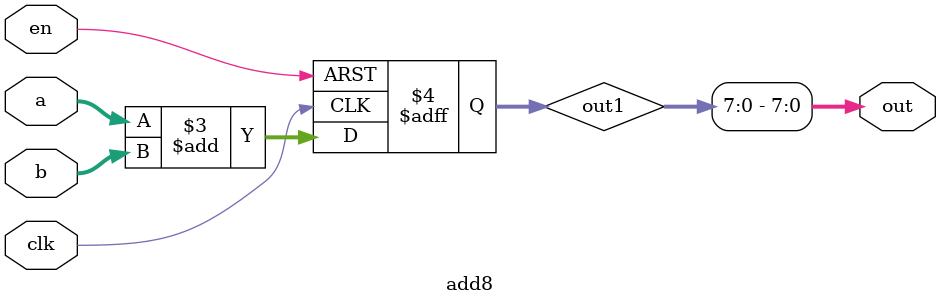
<source format=v>
module add8 (clk, en, out, a, b);
	output [7:0] out;
        input clk,en;
	input  [7:0] a;
	input  [7:0] b;
        reg  [8:0] out1;
        assign out=out1[7:0];
        always@(posedge clk or negedge en)
	begin
        if(en==0)
	begin
        out1<=0;
        end
        else
        begin
	out1 <= a + b;
        end
	end
       
        
endmodule

</source>
